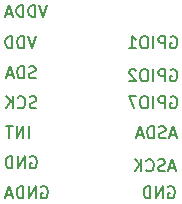
<source format=gbo>
%TF.GenerationSoftware,KiCad,Pcbnew,(6.0.4)*%
%TF.CreationDate,2022-04-27T14:48:19-04:00*%
%TF.ProjectId,bhi160_breakout,62686931-3630-45f6-9272-65616b6f7574,rev?*%
%TF.SameCoordinates,Original*%
%TF.FileFunction,Legend,Bot*%
%TF.FilePolarity,Positive*%
%FSLAX46Y46*%
G04 Gerber Fmt 4.6, Leading zero omitted, Abs format (unit mm)*
G04 Created by KiCad (PCBNEW (6.0.4)) date 2022-04-27 14:48:19*
%MOMM*%
%LPD*%
G01*
G04 APERTURE LIST*
%ADD10C,0.150000*%
G04 APERTURE END LIST*
D10*
X176783904Y-118880000D02*
X176879142Y-118832380D01*
X177022000Y-118832380D01*
X177164857Y-118880000D01*
X177260095Y-118975238D01*
X177307714Y-119070476D01*
X177355333Y-119260952D01*
X177355333Y-119403809D01*
X177307714Y-119594285D01*
X177260095Y-119689523D01*
X177164857Y-119784761D01*
X177022000Y-119832380D01*
X176926761Y-119832380D01*
X176783904Y-119784761D01*
X176736285Y-119737142D01*
X176736285Y-119403809D01*
X176926761Y-119403809D01*
X176307714Y-119832380D02*
X176307714Y-118832380D01*
X175736285Y-119832380D01*
X175736285Y-118832380D01*
X175260095Y-119832380D02*
X175260095Y-118832380D01*
X175022000Y-118832380D01*
X174879142Y-118880000D01*
X174783904Y-118975238D01*
X174736285Y-119070476D01*
X174688666Y-119260952D01*
X174688666Y-119403809D01*
X174736285Y-119594285D01*
X174783904Y-119689523D01*
X174879142Y-119784761D01*
X175022000Y-119832380D01*
X175260095Y-119832380D01*
X177355285Y-117260666D02*
X176879095Y-117260666D01*
X177450523Y-117546380D02*
X177117190Y-116546380D01*
X176783857Y-117546380D01*
X176498142Y-117498761D02*
X176355285Y-117546380D01*
X176117190Y-117546380D01*
X176021952Y-117498761D01*
X175974333Y-117451142D01*
X175926714Y-117355904D01*
X175926714Y-117260666D01*
X175974333Y-117165428D01*
X176021952Y-117117809D01*
X176117190Y-117070190D01*
X176307666Y-117022571D01*
X176402904Y-116974952D01*
X176450523Y-116927333D01*
X176498142Y-116832095D01*
X176498142Y-116736857D01*
X176450523Y-116641619D01*
X176402904Y-116594000D01*
X176307666Y-116546380D01*
X176069571Y-116546380D01*
X175926714Y-116594000D01*
X174926714Y-117451142D02*
X174974333Y-117498761D01*
X175117190Y-117546380D01*
X175212428Y-117546380D01*
X175355285Y-117498761D01*
X175450523Y-117403523D01*
X175498142Y-117308285D01*
X175545761Y-117117809D01*
X175545761Y-116974952D01*
X175498142Y-116784476D01*
X175450523Y-116689238D01*
X175355285Y-116594000D01*
X175212428Y-116546380D01*
X175117190Y-116546380D01*
X174974333Y-116594000D01*
X174926714Y-116641619D01*
X174498142Y-117546380D02*
X174498142Y-116546380D01*
X173926714Y-117546380D02*
X174355285Y-116974952D01*
X173926714Y-116546380D02*
X174498142Y-117117809D01*
X177410857Y-114466666D02*
X176934666Y-114466666D01*
X177506095Y-114752380D02*
X177172761Y-113752380D01*
X176839428Y-114752380D01*
X176553714Y-114704761D02*
X176410857Y-114752380D01*
X176172761Y-114752380D01*
X176077523Y-114704761D01*
X176029904Y-114657142D01*
X175982285Y-114561904D01*
X175982285Y-114466666D01*
X176029904Y-114371428D01*
X176077523Y-114323809D01*
X176172761Y-114276190D01*
X176363238Y-114228571D01*
X176458476Y-114180952D01*
X176506095Y-114133333D01*
X176553714Y-114038095D01*
X176553714Y-113942857D01*
X176506095Y-113847619D01*
X176458476Y-113800000D01*
X176363238Y-113752380D01*
X176125142Y-113752380D01*
X175982285Y-113800000D01*
X175553714Y-114752380D02*
X175553714Y-113752380D01*
X175315619Y-113752380D01*
X175172761Y-113800000D01*
X175077523Y-113895238D01*
X175029904Y-113990476D01*
X174982285Y-114180952D01*
X174982285Y-114323809D01*
X175029904Y-114514285D01*
X175077523Y-114609523D01*
X175172761Y-114704761D01*
X175315619Y-114752380D01*
X175553714Y-114752380D01*
X174601333Y-114466666D02*
X174125142Y-114466666D01*
X174696571Y-114752380D02*
X174363238Y-113752380D01*
X174029904Y-114752380D01*
X176990190Y-111260000D02*
X177085428Y-111212380D01*
X177228285Y-111212380D01*
X177371142Y-111260000D01*
X177466380Y-111355238D01*
X177514000Y-111450476D01*
X177561619Y-111640952D01*
X177561619Y-111783809D01*
X177514000Y-111974285D01*
X177466380Y-112069523D01*
X177371142Y-112164761D01*
X177228285Y-112212380D01*
X177133047Y-112212380D01*
X176990190Y-112164761D01*
X176942571Y-112117142D01*
X176942571Y-111783809D01*
X177133047Y-111783809D01*
X176514000Y-112212380D02*
X176514000Y-111212380D01*
X176133047Y-111212380D01*
X176037809Y-111260000D01*
X175990190Y-111307619D01*
X175942571Y-111402857D01*
X175942571Y-111545714D01*
X175990190Y-111640952D01*
X176037809Y-111688571D01*
X176133047Y-111736190D01*
X176514000Y-111736190D01*
X175514000Y-112212380D02*
X175514000Y-111212380D01*
X174847333Y-111212380D02*
X174656857Y-111212380D01*
X174561619Y-111260000D01*
X174466380Y-111355238D01*
X174418761Y-111545714D01*
X174418761Y-111879047D01*
X174466380Y-112069523D01*
X174561619Y-112164761D01*
X174656857Y-112212380D01*
X174847333Y-112212380D01*
X174942571Y-112164761D01*
X175037809Y-112069523D01*
X175085428Y-111879047D01*
X175085428Y-111545714D01*
X175037809Y-111355238D01*
X174942571Y-111260000D01*
X174847333Y-111212380D01*
X174085428Y-111212380D02*
X173418761Y-111212380D01*
X173847333Y-112212380D01*
X176990190Y-108974000D02*
X177085428Y-108926380D01*
X177228285Y-108926380D01*
X177371142Y-108974000D01*
X177466380Y-109069238D01*
X177514000Y-109164476D01*
X177561619Y-109354952D01*
X177561619Y-109497809D01*
X177514000Y-109688285D01*
X177466380Y-109783523D01*
X177371142Y-109878761D01*
X177228285Y-109926380D01*
X177133047Y-109926380D01*
X176990190Y-109878761D01*
X176942571Y-109831142D01*
X176942571Y-109497809D01*
X177133047Y-109497809D01*
X176514000Y-109926380D02*
X176514000Y-108926380D01*
X176133047Y-108926380D01*
X176037809Y-108974000D01*
X175990190Y-109021619D01*
X175942571Y-109116857D01*
X175942571Y-109259714D01*
X175990190Y-109354952D01*
X176037809Y-109402571D01*
X176133047Y-109450190D01*
X176514000Y-109450190D01*
X175514000Y-109926380D02*
X175514000Y-108926380D01*
X174847333Y-108926380D02*
X174656857Y-108926380D01*
X174561619Y-108974000D01*
X174466380Y-109069238D01*
X174418761Y-109259714D01*
X174418761Y-109593047D01*
X174466380Y-109783523D01*
X174561619Y-109878761D01*
X174656857Y-109926380D01*
X174847333Y-109926380D01*
X174942571Y-109878761D01*
X175037809Y-109783523D01*
X175085428Y-109593047D01*
X175085428Y-109259714D01*
X175037809Y-109069238D01*
X174942571Y-108974000D01*
X174847333Y-108926380D01*
X174037809Y-109021619D02*
X173990190Y-108974000D01*
X173894952Y-108926380D01*
X173656857Y-108926380D01*
X173561619Y-108974000D01*
X173514000Y-109021619D01*
X173466380Y-109116857D01*
X173466380Y-109212095D01*
X173514000Y-109354952D01*
X174085428Y-109926380D01*
X173466380Y-109926380D01*
X176990190Y-106180000D02*
X177085428Y-106132380D01*
X177228285Y-106132380D01*
X177371142Y-106180000D01*
X177466380Y-106275238D01*
X177514000Y-106370476D01*
X177561619Y-106560952D01*
X177561619Y-106703809D01*
X177514000Y-106894285D01*
X177466380Y-106989523D01*
X177371142Y-107084761D01*
X177228285Y-107132380D01*
X177133047Y-107132380D01*
X176990190Y-107084761D01*
X176942571Y-107037142D01*
X176942571Y-106703809D01*
X177133047Y-106703809D01*
X176514000Y-107132380D02*
X176514000Y-106132380D01*
X176133047Y-106132380D01*
X176037809Y-106180000D01*
X175990190Y-106227619D01*
X175942571Y-106322857D01*
X175942571Y-106465714D01*
X175990190Y-106560952D01*
X176037809Y-106608571D01*
X176133047Y-106656190D01*
X176514000Y-106656190D01*
X175514000Y-107132380D02*
X175514000Y-106132380D01*
X174847333Y-106132380D02*
X174656857Y-106132380D01*
X174561619Y-106180000D01*
X174466380Y-106275238D01*
X174418761Y-106465714D01*
X174418761Y-106799047D01*
X174466380Y-106989523D01*
X174561619Y-107084761D01*
X174656857Y-107132380D01*
X174847333Y-107132380D01*
X174942571Y-107084761D01*
X175037809Y-106989523D01*
X175085428Y-106799047D01*
X175085428Y-106465714D01*
X175037809Y-106275238D01*
X174942571Y-106180000D01*
X174847333Y-106132380D01*
X173466380Y-107132380D02*
X174037809Y-107132380D01*
X173752095Y-107132380D02*
X173752095Y-106132380D01*
X173847333Y-106275238D01*
X173942571Y-106370476D01*
X174037809Y-106418095D01*
X166036476Y-118880000D02*
X166131714Y-118832380D01*
X166274571Y-118832380D01*
X166417428Y-118880000D01*
X166512666Y-118975238D01*
X166560285Y-119070476D01*
X166607904Y-119260952D01*
X166607904Y-119403809D01*
X166560285Y-119594285D01*
X166512666Y-119689523D01*
X166417428Y-119784761D01*
X166274571Y-119832380D01*
X166179333Y-119832380D01*
X166036476Y-119784761D01*
X165988857Y-119737142D01*
X165988857Y-119403809D01*
X166179333Y-119403809D01*
X165560285Y-119832380D02*
X165560285Y-118832380D01*
X164988857Y-119832380D01*
X164988857Y-118832380D01*
X164512666Y-119832380D02*
X164512666Y-118832380D01*
X164274571Y-118832380D01*
X164131714Y-118880000D01*
X164036476Y-118975238D01*
X163988857Y-119070476D01*
X163941238Y-119260952D01*
X163941238Y-119403809D01*
X163988857Y-119594285D01*
X164036476Y-119689523D01*
X164131714Y-119784761D01*
X164274571Y-119832380D01*
X164512666Y-119832380D01*
X163560285Y-119546666D02*
X163084095Y-119546666D01*
X163655523Y-119832380D02*
X163322190Y-118832380D01*
X162988857Y-119832380D01*
X165099904Y-116340000D02*
X165195142Y-116292380D01*
X165338000Y-116292380D01*
X165480857Y-116340000D01*
X165576095Y-116435238D01*
X165623714Y-116530476D01*
X165671333Y-116720952D01*
X165671333Y-116863809D01*
X165623714Y-117054285D01*
X165576095Y-117149523D01*
X165480857Y-117244761D01*
X165338000Y-117292380D01*
X165242761Y-117292380D01*
X165099904Y-117244761D01*
X165052285Y-117197142D01*
X165052285Y-116863809D01*
X165242761Y-116863809D01*
X164623714Y-117292380D02*
X164623714Y-116292380D01*
X164052285Y-117292380D01*
X164052285Y-116292380D01*
X163576095Y-117292380D02*
X163576095Y-116292380D01*
X163338000Y-116292380D01*
X163195142Y-116340000D01*
X163099904Y-116435238D01*
X163052285Y-116530476D01*
X163004666Y-116720952D01*
X163004666Y-116863809D01*
X163052285Y-117054285D01*
X163099904Y-117149523D01*
X163195142Y-117244761D01*
X163338000Y-117292380D01*
X163576095Y-117292380D01*
X164988761Y-114752380D02*
X164988761Y-113752380D01*
X164512571Y-114752380D02*
X164512571Y-113752380D01*
X163941142Y-114752380D01*
X163941142Y-113752380D01*
X163607809Y-113752380D02*
X163036380Y-113752380D01*
X163322095Y-114752380D02*
X163322095Y-113752380D01*
X165623714Y-112164761D02*
X165480857Y-112212380D01*
X165242761Y-112212380D01*
X165147523Y-112164761D01*
X165099904Y-112117142D01*
X165052285Y-112021904D01*
X165052285Y-111926666D01*
X165099904Y-111831428D01*
X165147523Y-111783809D01*
X165242761Y-111736190D01*
X165433238Y-111688571D01*
X165528476Y-111640952D01*
X165576095Y-111593333D01*
X165623714Y-111498095D01*
X165623714Y-111402857D01*
X165576095Y-111307619D01*
X165528476Y-111260000D01*
X165433238Y-111212380D01*
X165195142Y-111212380D01*
X165052285Y-111260000D01*
X164052285Y-112117142D02*
X164099904Y-112164761D01*
X164242761Y-112212380D01*
X164338000Y-112212380D01*
X164480857Y-112164761D01*
X164576095Y-112069523D01*
X164623714Y-111974285D01*
X164671333Y-111783809D01*
X164671333Y-111640952D01*
X164623714Y-111450476D01*
X164576095Y-111355238D01*
X164480857Y-111260000D01*
X164338000Y-111212380D01*
X164242761Y-111212380D01*
X164099904Y-111260000D01*
X164052285Y-111307619D01*
X163623714Y-112212380D02*
X163623714Y-111212380D01*
X163052285Y-112212380D02*
X163480857Y-111640952D01*
X163052285Y-111212380D02*
X163623714Y-111783809D01*
X165552285Y-109624761D02*
X165409428Y-109672380D01*
X165171333Y-109672380D01*
X165076095Y-109624761D01*
X165028476Y-109577142D01*
X164980857Y-109481904D01*
X164980857Y-109386666D01*
X165028476Y-109291428D01*
X165076095Y-109243809D01*
X165171333Y-109196190D01*
X165361809Y-109148571D01*
X165457047Y-109100952D01*
X165504666Y-109053333D01*
X165552285Y-108958095D01*
X165552285Y-108862857D01*
X165504666Y-108767619D01*
X165457047Y-108720000D01*
X165361809Y-108672380D01*
X165123714Y-108672380D01*
X164980857Y-108720000D01*
X164552285Y-109672380D02*
X164552285Y-108672380D01*
X164314190Y-108672380D01*
X164171333Y-108720000D01*
X164076095Y-108815238D01*
X164028476Y-108910476D01*
X163980857Y-109100952D01*
X163980857Y-109243809D01*
X164028476Y-109434285D01*
X164076095Y-109529523D01*
X164171333Y-109624761D01*
X164314190Y-109672380D01*
X164552285Y-109672380D01*
X163599904Y-109386666D02*
X163123714Y-109386666D01*
X163695142Y-109672380D02*
X163361809Y-108672380D01*
X163028476Y-109672380D01*
X165569733Y-106132380D02*
X165236400Y-107132380D01*
X164903066Y-106132380D01*
X164569733Y-107132380D02*
X164569733Y-106132380D01*
X164331638Y-106132380D01*
X164188780Y-106180000D01*
X164093542Y-106275238D01*
X164045923Y-106370476D01*
X163998304Y-106560952D01*
X163998304Y-106703809D01*
X164045923Y-106894285D01*
X164093542Y-106989523D01*
X164188780Y-107084761D01*
X164331638Y-107132380D01*
X164569733Y-107132380D01*
X163569733Y-107132380D02*
X163569733Y-106132380D01*
X163331638Y-106132380D01*
X163188780Y-106180000D01*
X163093542Y-106275238D01*
X163045923Y-106370476D01*
X162998304Y-106560952D01*
X162998304Y-106703809D01*
X163045923Y-106894285D01*
X163093542Y-106989523D01*
X163188780Y-107084761D01*
X163331638Y-107132380D01*
X163569733Y-107132380D01*
X166506304Y-103490780D02*
X166172971Y-104490780D01*
X165839638Y-103490780D01*
X165506304Y-104490780D02*
X165506304Y-103490780D01*
X165268209Y-103490780D01*
X165125352Y-103538400D01*
X165030114Y-103633638D01*
X164982495Y-103728876D01*
X164934876Y-103919352D01*
X164934876Y-104062209D01*
X164982495Y-104252685D01*
X165030114Y-104347923D01*
X165125352Y-104443161D01*
X165268209Y-104490780D01*
X165506304Y-104490780D01*
X164506304Y-104490780D02*
X164506304Y-103490780D01*
X164268209Y-103490780D01*
X164125352Y-103538400D01*
X164030114Y-103633638D01*
X163982495Y-103728876D01*
X163934876Y-103919352D01*
X163934876Y-104062209D01*
X163982495Y-104252685D01*
X164030114Y-104347923D01*
X164125352Y-104443161D01*
X164268209Y-104490780D01*
X164506304Y-104490780D01*
X163553923Y-104205066D02*
X163077733Y-104205066D01*
X163649161Y-104490780D02*
X163315828Y-103490780D01*
X162982495Y-104490780D01*
M02*

</source>
